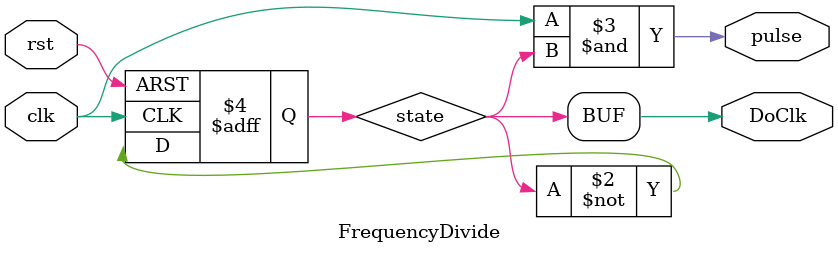
<source format=v>
`timescale 1s / 1ms


module FrequencyDivide(
    input clk,
    input rst,
    output DoClk,
    output pulse
    );
    reg state;
    always @(posedge clk, posedge rst)
        begin
            if(rst)
                state <= 0;
            else
                state <= ~state;
        end
        
        
           assign DoClk = state;
           assign pulse = clk & DoClk;
endmodule

</source>
